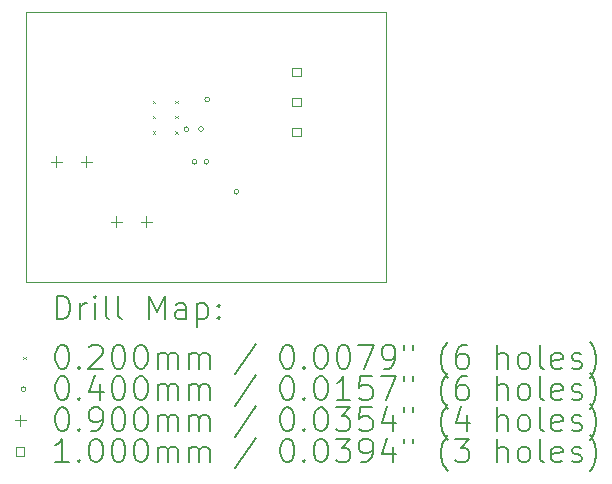
<source format=gbr>
%TF.GenerationSoftware,KiCad,Pcbnew,7.0.7*%
%TF.CreationDate,2023-08-26T23:35:01+05:30*%
%TF.ProjectId,ir_project,69725f70-726f-46a6-9563-742e6b696361,rev?*%
%TF.SameCoordinates,Original*%
%TF.FileFunction,Drillmap*%
%TF.FilePolarity,Positive*%
%FSLAX45Y45*%
G04 Gerber Fmt 4.5, Leading zero omitted, Abs format (unit mm)*
G04 Created by KiCad (PCBNEW 7.0.7) date 2023-08-26 23:35:01*
%MOMM*%
%LPD*%
G01*
G04 APERTURE LIST*
%ADD10C,0.100000*%
%ADD11C,0.200000*%
%ADD12C,0.020000*%
%ADD13C,0.040000*%
%ADD14C,0.090000*%
G04 APERTURE END LIST*
D10*
X14224000Y-7112000D02*
X17272000Y-7112000D01*
X17272000Y-9398000D01*
X14224000Y-9398000D01*
X14224000Y-7112000D01*
D11*
D12*
X15293000Y-7864000D02*
X15313000Y-7884000D01*
X15313000Y-7864000D02*
X15293000Y-7884000D01*
X15293000Y-7994000D02*
X15313000Y-8014000D01*
X15313000Y-7994000D02*
X15293000Y-8014000D01*
X15293000Y-8124000D02*
X15313000Y-8144000D01*
X15313000Y-8124000D02*
X15293000Y-8144000D01*
X15484000Y-7864000D02*
X15504000Y-7884000D01*
X15504000Y-7864000D02*
X15484000Y-7884000D01*
X15484000Y-7994000D02*
X15504000Y-8014000D01*
X15504000Y-7994000D02*
X15484000Y-8014000D01*
X15484000Y-8124000D02*
X15504000Y-8144000D01*
X15504000Y-8124000D02*
X15484000Y-8144000D01*
D13*
X15598924Y-8107152D02*
G75*
G03*
X15598924Y-8107152I-20000J0D01*
G01*
X15668050Y-8382000D02*
G75*
G03*
X15668050Y-8382000I-20000J0D01*
G01*
X15723550Y-8104550D02*
G75*
G03*
X15723550Y-8104550I-20000J0D01*
G01*
X15768000Y-8382000D02*
G75*
G03*
X15768000Y-8382000I-20000J0D01*
G01*
X15775040Y-7855406D02*
G75*
G03*
X15775040Y-7855406I-20000J0D01*
G01*
X16022000Y-8636000D02*
G75*
G03*
X16022000Y-8636000I-20000J0D01*
G01*
D14*
X14478000Y-8337000D02*
X14478000Y-8427000D01*
X14433000Y-8382000D02*
X14523000Y-8382000D01*
X14732000Y-8337000D02*
X14732000Y-8427000D01*
X14687000Y-8382000D02*
X14777000Y-8382000D01*
X14986000Y-8845000D02*
X14986000Y-8935000D01*
X14941000Y-8890000D02*
X15031000Y-8890000D01*
X15240000Y-8845000D02*
X15240000Y-8935000D01*
X15195000Y-8890000D02*
X15285000Y-8890000D01*
D10*
X16545356Y-7655356D02*
X16545356Y-7584644D01*
X16474644Y-7584644D01*
X16474644Y-7655356D01*
X16545356Y-7655356D01*
X16545356Y-7909356D02*
X16545356Y-7838644D01*
X16474644Y-7838644D01*
X16474644Y-7909356D01*
X16545356Y-7909356D01*
X16545356Y-8163356D02*
X16545356Y-8092644D01*
X16474644Y-8092644D01*
X16474644Y-8163356D01*
X16545356Y-8163356D01*
D11*
X14479777Y-9714484D02*
X14479777Y-9514484D01*
X14479777Y-9514484D02*
X14527396Y-9514484D01*
X14527396Y-9514484D02*
X14555967Y-9524008D01*
X14555967Y-9524008D02*
X14575015Y-9543055D01*
X14575015Y-9543055D02*
X14584539Y-9562103D01*
X14584539Y-9562103D02*
X14594062Y-9600198D01*
X14594062Y-9600198D02*
X14594062Y-9628770D01*
X14594062Y-9628770D02*
X14584539Y-9666865D01*
X14584539Y-9666865D02*
X14575015Y-9685912D01*
X14575015Y-9685912D02*
X14555967Y-9704960D01*
X14555967Y-9704960D02*
X14527396Y-9714484D01*
X14527396Y-9714484D02*
X14479777Y-9714484D01*
X14679777Y-9714484D02*
X14679777Y-9581150D01*
X14679777Y-9619246D02*
X14689301Y-9600198D01*
X14689301Y-9600198D02*
X14698824Y-9590674D01*
X14698824Y-9590674D02*
X14717872Y-9581150D01*
X14717872Y-9581150D02*
X14736920Y-9581150D01*
X14803586Y-9714484D02*
X14803586Y-9581150D01*
X14803586Y-9514484D02*
X14794062Y-9524008D01*
X14794062Y-9524008D02*
X14803586Y-9533531D01*
X14803586Y-9533531D02*
X14813110Y-9524008D01*
X14813110Y-9524008D02*
X14803586Y-9514484D01*
X14803586Y-9514484D02*
X14803586Y-9533531D01*
X14927396Y-9714484D02*
X14908348Y-9704960D01*
X14908348Y-9704960D02*
X14898824Y-9685912D01*
X14898824Y-9685912D02*
X14898824Y-9514484D01*
X15032158Y-9714484D02*
X15013110Y-9704960D01*
X15013110Y-9704960D02*
X15003586Y-9685912D01*
X15003586Y-9685912D02*
X15003586Y-9514484D01*
X15260729Y-9714484D02*
X15260729Y-9514484D01*
X15260729Y-9514484D02*
X15327396Y-9657341D01*
X15327396Y-9657341D02*
X15394062Y-9514484D01*
X15394062Y-9514484D02*
X15394062Y-9714484D01*
X15575015Y-9714484D02*
X15575015Y-9609722D01*
X15575015Y-9609722D02*
X15565491Y-9590674D01*
X15565491Y-9590674D02*
X15546443Y-9581150D01*
X15546443Y-9581150D02*
X15508348Y-9581150D01*
X15508348Y-9581150D02*
X15489301Y-9590674D01*
X15575015Y-9704960D02*
X15555967Y-9714484D01*
X15555967Y-9714484D02*
X15508348Y-9714484D01*
X15508348Y-9714484D02*
X15489301Y-9704960D01*
X15489301Y-9704960D02*
X15479777Y-9685912D01*
X15479777Y-9685912D02*
X15479777Y-9666865D01*
X15479777Y-9666865D02*
X15489301Y-9647817D01*
X15489301Y-9647817D02*
X15508348Y-9638293D01*
X15508348Y-9638293D02*
X15555967Y-9638293D01*
X15555967Y-9638293D02*
X15575015Y-9628770D01*
X15670253Y-9581150D02*
X15670253Y-9781150D01*
X15670253Y-9590674D02*
X15689301Y-9581150D01*
X15689301Y-9581150D02*
X15727396Y-9581150D01*
X15727396Y-9581150D02*
X15746443Y-9590674D01*
X15746443Y-9590674D02*
X15755967Y-9600198D01*
X15755967Y-9600198D02*
X15765491Y-9619246D01*
X15765491Y-9619246D02*
X15765491Y-9676389D01*
X15765491Y-9676389D02*
X15755967Y-9695436D01*
X15755967Y-9695436D02*
X15746443Y-9704960D01*
X15746443Y-9704960D02*
X15727396Y-9714484D01*
X15727396Y-9714484D02*
X15689301Y-9714484D01*
X15689301Y-9714484D02*
X15670253Y-9704960D01*
X15851205Y-9695436D02*
X15860729Y-9704960D01*
X15860729Y-9704960D02*
X15851205Y-9714484D01*
X15851205Y-9714484D02*
X15841682Y-9704960D01*
X15841682Y-9704960D02*
X15851205Y-9695436D01*
X15851205Y-9695436D02*
X15851205Y-9714484D01*
X15851205Y-9590674D02*
X15860729Y-9600198D01*
X15860729Y-9600198D02*
X15851205Y-9609722D01*
X15851205Y-9609722D02*
X15841682Y-9600198D01*
X15841682Y-9600198D02*
X15851205Y-9590674D01*
X15851205Y-9590674D02*
X15851205Y-9609722D01*
D12*
X14199000Y-10033000D02*
X14219000Y-10053000D01*
X14219000Y-10033000D02*
X14199000Y-10053000D01*
D11*
X14517872Y-9934484D02*
X14536920Y-9934484D01*
X14536920Y-9934484D02*
X14555967Y-9944008D01*
X14555967Y-9944008D02*
X14565491Y-9953531D01*
X14565491Y-9953531D02*
X14575015Y-9972579D01*
X14575015Y-9972579D02*
X14584539Y-10010674D01*
X14584539Y-10010674D02*
X14584539Y-10058293D01*
X14584539Y-10058293D02*
X14575015Y-10096389D01*
X14575015Y-10096389D02*
X14565491Y-10115436D01*
X14565491Y-10115436D02*
X14555967Y-10124960D01*
X14555967Y-10124960D02*
X14536920Y-10134484D01*
X14536920Y-10134484D02*
X14517872Y-10134484D01*
X14517872Y-10134484D02*
X14498824Y-10124960D01*
X14498824Y-10124960D02*
X14489301Y-10115436D01*
X14489301Y-10115436D02*
X14479777Y-10096389D01*
X14479777Y-10096389D02*
X14470253Y-10058293D01*
X14470253Y-10058293D02*
X14470253Y-10010674D01*
X14470253Y-10010674D02*
X14479777Y-9972579D01*
X14479777Y-9972579D02*
X14489301Y-9953531D01*
X14489301Y-9953531D02*
X14498824Y-9944008D01*
X14498824Y-9944008D02*
X14517872Y-9934484D01*
X14670253Y-10115436D02*
X14679777Y-10124960D01*
X14679777Y-10124960D02*
X14670253Y-10134484D01*
X14670253Y-10134484D02*
X14660729Y-10124960D01*
X14660729Y-10124960D02*
X14670253Y-10115436D01*
X14670253Y-10115436D02*
X14670253Y-10134484D01*
X14755967Y-9953531D02*
X14765491Y-9944008D01*
X14765491Y-9944008D02*
X14784539Y-9934484D01*
X14784539Y-9934484D02*
X14832158Y-9934484D01*
X14832158Y-9934484D02*
X14851205Y-9944008D01*
X14851205Y-9944008D02*
X14860729Y-9953531D01*
X14860729Y-9953531D02*
X14870253Y-9972579D01*
X14870253Y-9972579D02*
X14870253Y-9991627D01*
X14870253Y-9991627D02*
X14860729Y-10020198D01*
X14860729Y-10020198D02*
X14746443Y-10134484D01*
X14746443Y-10134484D02*
X14870253Y-10134484D01*
X14994062Y-9934484D02*
X15013110Y-9934484D01*
X15013110Y-9934484D02*
X15032158Y-9944008D01*
X15032158Y-9944008D02*
X15041682Y-9953531D01*
X15041682Y-9953531D02*
X15051205Y-9972579D01*
X15051205Y-9972579D02*
X15060729Y-10010674D01*
X15060729Y-10010674D02*
X15060729Y-10058293D01*
X15060729Y-10058293D02*
X15051205Y-10096389D01*
X15051205Y-10096389D02*
X15041682Y-10115436D01*
X15041682Y-10115436D02*
X15032158Y-10124960D01*
X15032158Y-10124960D02*
X15013110Y-10134484D01*
X15013110Y-10134484D02*
X14994062Y-10134484D01*
X14994062Y-10134484D02*
X14975015Y-10124960D01*
X14975015Y-10124960D02*
X14965491Y-10115436D01*
X14965491Y-10115436D02*
X14955967Y-10096389D01*
X14955967Y-10096389D02*
X14946443Y-10058293D01*
X14946443Y-10058293D02*
X14946443Y-10010674D01*
X14946443Y-10010674D02*
X14955967Y-9972579D01*
X14955967Y-9972579D02*
X14965491Y-9953531D01*
X14965491Y-9953531D02*
X14975015Y-9944008D01*
X14975015Y-9944008D02*
X14994062Y-9934484D01*
X15184539Y-9934484D02*
X15203586Y-9934484D01*
X15203586Y-9934484D02*
X15222634Y-9944008D01*
X15222634Y-9944008D02*
X15232158Y-9953531D01*
X15232158Y-9953531D02*
X15241682Y-9972579D01*
X15241682Y-9972579D02*
X15251205Y-10010674D01*
X15251205Y-10010674D02*
X15251205Y-10058293D01*
X15251205Y-10058293D02*
X15241682Y-10096389D01*
X15241682Y-10096389D02*
X15232158Y-10115436D01*
X15232158Y-10115436D02*
X15222634Y-10124960D01*
X15222634Y-10124960D02*
X15203586Y-10134484D01*
X15203586Y-10134484D02*
X15184539Y-10134484D01*
X15184539Y-10134484D02*
X15165491Y-10124960D01*
X15165491Y-10124960D02*
X15155967Y-10115436D01*
X15155967Y-10115436D02*
X15146443Y-10096389D01*
X15146443Y-10096389D02*
X15136920Y-10058293D01*
X15136920Y-10058293D02*
X15136920Y-10010674D01*
X15136920Y-10010674D02*
X15146443Y-9972579D01*
X15146443Y-9972579D02*
X15155967Y-9953531D01*
X15155967Y-9953531D02*
X15165491Y-9944008D01*
X15165491Y-9944008D02*
X15184539Y-9934484D01*
X15336920Y-10134484D02*
X15336920Y-10001150D01*
X15336920Y-10020198D02*
X15346443Y-10010674D01*
X15346443Y-10010674D02*
X15365491Y-10001150D01*
X15365491Y-10001150D02*
X15394063Y-10001150D01*
X15394063Y-10001150D02*
X15413110Y-10010674D01*
X15413110Y-10010674D02*
X15422634Y-10029722D01*
X15422634Y-10029722D02*
X15422634Y-10134484D01*
X15422634Y-10029722D02*
X15432158Y-10010674D01*
X15432158Y-10010674D02*
X15451205Y-10001150D01*
X15451205Y-10001150D02*
X15479777Y-10001150D01*
X15479777Y-10001150D02*
X15498824Y-10010674D01*
X15498824Y-10010674D02*
X15508348Y-10029722D01*
X15508348Y-10029722D02*
X15508348Y-10134484D01*
X15603586Y-10134484D02*
X15603586Y-10001150D01*
X15603586Y-10020198D02*
X15613110Y-10010674D01*
X15613110Y-10010674D02*
X15632158Y-10001150D01*
X15632158Y-10001150D02*
X15660729Y-10001150D01*
X15660729Y-10001150D02*
X15679777Y-10010674D01*
X15679777Y-10010674D02*
X15689301Y-10029722D01*
X15689301Y-10029722D02*
X15689301Y-10134484D01*
X15689301Y-10029722D02*
X15698824Y-10010674D01*
X15698824Y-10010674D02*
X15717872Y-10001150D01*
X15717872Y-10001150D02*
X15746443Y-10001150D01*
X15746443Y-10001150D02*
X15765491Y-10010674D01*
X15765491Y-10010674D02*
X15775015Y-10029722D01*
X15775015Y-10029722D02*
X15775015Y-10134484D01*
X16165491Y-9924960D02*
X15994063Y-10182103D01*
X16422634Y-9934484D02*
X16441682Y-9934484D01*
X16441682Y-9934484D02*
X16460729Y-9944008D01*
X16460729Y-9944008D02*
X16470253Y-9953531D01*
X16470253Y-9953531D02*
X16479777Y-9972579D01*
X16479777Y-9972579D02*
X16489301Y-10010674D01*
X16489301Y-10010674D02*
X16489301Y-10058293D01*
X16489301Y-10058293D02*
X16479777Y-10096389D01*
X16479777Y-10096389D02*
X16470253Y-10115436D01*
X16470253Y-10115436D02*
X16460729Y-10124960D01*
X16460729Y-10124960D02*
X16441682Y-10134484D01*
X16441682Y-10134484D02*
X16422634Y-10134484D01*
X16422634Y-10134484D02*
X16403586Y-10124960D01*
X16403586Y-10124960D02*
X16394063Y-10115436D01*
X16394063Y-10115436D02*
X16384539Y-10096389D01*
X16384539Y-10096389D02*
X16375015Y-10058293D01*
X16375015Y-10058293D02*
X16375015Y-10010674D01*
X16375015Y-10010674D02*
X16384539Y-9972579D01*
X16384539Y-9972579D02*
X16394063Y-9953531D01*
X16394063Y-9953531D02*
X16403586Y-9944008D01*
X16403586Y-9944008D02*
X16422634Y-9934484D01*
X16575015Y-10115436D02*
X16584539Y-10124960D01*
X16584539Y-10124960D02*
X16575015Y-10134484D01*
X16575015Y-10134484D02*
X16565491Y-10124960D01*
X16565491Y-10124960D02*
X16575015Y-10115436D01*
X16575015Y-10115436D02*
X16575015Y-10134484D01*
X16708348Y-9934484D02*
X16727396Y-9934484D01*
X16727396Y-9934484D02*
X16746444Y-9944008D01*
X16746444Y-9944008D02*
X16755967Y-9953531D01*
X16755967Y-9953531D02*
X16765491Y-9972579D01*
X16765491Y-9972579D02*
X16775015Y-10010674D01*
X16775015Y-10010674D02*
X16775015Y-10058293D01*
X16775015Y-10058293D02*
X16765491Y-10096389D01*
X16765491Y-10096389D02*
X16755967Y-10115436D01*
X16755967Y-10115436D02*
X16746444Y-10124960D01*
X16746444Y-10124960D02*
X16727396Y-10134484D01*
X16727396Y-10134484D02*
X16708348Y-10134484D01*
X16708348Y-10134484D02*
X16689301Y-10124960D01*
X16689301Y-10124960D02*
X16679777Y-10115436D01*
X16679777Y-10115436D02*
X16670253Y-10096389D01*
X16670253Y-10096389D02*
X16660729Y-10058293D01*
X16660729Y-10058293D02*
X16660729Y-10010674D01*
X16660729Y-10010674D02*
X16670253Y-9972579D01*
X16670253Y-9972579D02*
X16679777Y-9953531D01*
X16679777Y-9953531D02*
X16689301Y-9944008D01*
X16689301Y-9944008D02*
X16708348Y-9934484D01*
X16898825Y-9934484D02*
X16917872Y-9934484D01*
X16917872Y-9934484D02*
X16936920Y-9944008D01*
X16936920Y-9944008D02*
X16946444Y-9953531D01*
X16946444Y-9953531D02*
X16955968Y-9972579D01*
X16955968Y-9972579D02*
X16965491Y-10010674D01*
X16965491Y-10010674D02*
X16965491Y-10058293D01*
X16965491Y-10058293D02*
X16955968Y-10096389D01*
X16955968Y-10096389D02*
X16946444Y-10115436D01*
X16946444Y-10115436D02*
X16936920Y-10124960D01*
X16936920Y-10124960D02*
X16917872Y-10134484D01*
X16917872Y-10134484D02*
X16898825Y-10134484D01*
X16898825Y-10134484D02*
X16879777Y-10124960D01*
X16879777Y-10124960D02*
X16870253Y-10115436D01*
X16870253Y-10115436D02*
X16860729Y-10096389D01*
X16860729Y-10096389D02*
X16851206Y-10058293D01*
X16851206Y-10058293D02*
X16851206Y-10010674D01*
X16851206Y-10010674D02*
X16860729Y-9972579D01*
X16860729Y-9972579D02*
X16870253Y-9953531D01*
X16870253Y-9953531D02*
X16879777Y-9944008D01*
X16879777Y-9944008D02*
X16898825Y-9934484D01*
X17032158Y-9934484D02*
X17165491Y-9934484D01*
X17165491Y-9934484D02*
X17079777Y-10134484D01*
X17251206Y-10134484D02*
X17289301Y-10134484D01*
X17289301Y-10134484D02*
X17308349Y-10124960D01*
X17308349Y-10124960D02*
X17317872Y-10115436D01*
X17317872Y-10115436D02*
X17336920Y-10086865D01*
X17336920Y-10086865D02*
X17346444Y-10048770D01*
X17346444Y-10048770D02*
X17346444Y-9972579D01*
X17346444Y-9972579D02*
X17336920Y-9953531D01*
X17336920Y-9953531D02*
X17327396Y-9944008D01*
X17327396Y-9944008D02*
X17308349Y-9934484D01*
X17308349Y-9934484D02*
X17270253Y-9934484D01*
X17270253Y-9934484D02*
X17251206Y-9944008D01*
X17251206Y-9944008D02*
X17241682Y-9953531D01*
X17241682Y-9953531D02*
X17232158Y-9972579D01*
X17232158Y-9972579D02*
X17232158Y-10020198D01*
X17232158Y-10020198D02*
X17241682Y-10039246D01*
X17241682Y-10039246D02*
X17251206Y-10048770D01*
X17251206Y-10048770D02*
X17270253Y-10058293D01*
X17270253Y-10058293D02*
X17308349Y-10058293D01*
X17308349Y-10058293D02*
X17327396Y-10048770D01*
X17327396Y-10048770D02*
X17336920Y-10039246D01*
X17336920Y-10039246D02*
X17346444Y-10020198D01*
X17422634Y-9934484D02*
X17422634Y-9972579D01*
X17498825Y-9934484D02*
X17498825Y-9972579D01*
X17794063Y-10210674D02*
X17784539Y-10201150D01*
X17784539Y-10201150D02*
X17765491Y-10172579D01*
X17765491Y-10172579D02*
X17755968Y-10153531D01*
X17755968Y-10153531D02*
X17746444Y-10124960D01*
X17746444Y-10124960D02*
X17736920Y-10077341D01*
X17736920Y-10077341D02*
X17736920Y-10039246D01*
X17736920Y-10039246D02*
X17746444Y-9991627D01*
X17746444Y-9991627D02*
X17755968Y-9963055D01*
X17755968Y-9963055D02*
X17765491Y-9944008D01*
X17765491Y-9944008D02*
X17784539Y-9915436D01*
X17784539Y-9915436D02*
X17794063Y-9905912D01*
X17955968Y-9934484D02*
X17917872Y-9934484D01*
X17917872Y-9934484D02*
X17898825Y-9944008D01*
X17898825Y-9944008D02*
X17889301Y-9953531D01*
X17889301Y-9953531D02*
X17870253Y-9982103D01*
X17870253Y-9982103D02*
X17860730Y-10020198D01*
X17860730Y-10020198D02*
X17860730Y-10096389D01*
X17860730Y-10096389D02*
X17870253Y-10115436D01*
X17870253Y-10115436D02*
X17879777Y-10124960D01*
X17879777Y-10124960D02*
X17898825Y-10134484D01*
X17898825Y-10134484D02*
X17936920Y-10134484D01*
X17936920Y-10134484D02*
X17955968Y-10124960D01*
X17955968Y-10124960D02*
X17965491Y-10115436D01*
X17965491Y-10115436D02*
X17975015Y-10096389D01*
X17975015Y-10096389D02*
X17975015Y-10048770D01*
X17975015Y-10048770D02*
X17965491Y-10029722D01*
X17965491Y-10029722D02*
X17955968Y-10020198D01*
X17955968Y-10020198D02*
X17936920Y-10010674D01*
X17936920Y-10010674D02*
X17898825Y-10010674D01*
X17898825Y-10010674D02*
X17879777Y-10020198D01*
X17879777Y-10020198D02*
X17870253Y-10029722D01*
X17870253Y-10029722D02*
X17860730Y-10048770D01*
X18213111Y-10134484D02*
X18213111Y-9934484D01*
X18298825Y-10134484D02*
X18298825Y-10029722D01*
X18298825Y-10029722D02*
X18289301Y-10010674D01*
X18289301Y-10010674D02*
X18270253Y-10001150D01*
X18270253Y-10001150D02*
X18241682Y-10001150D01*
X18241682Y-10001150D02*
X18222634Y-10010674D01*
X18222634Y-10010674D02*
X18213111Y-10020198D01*
X18422634Y-10134484D02*
X18403587Y-10124960D01*
X18403587Y-10124960D02*
X18394063Y-10115436D01*
X18394063Y-10115436D02*
X18384539Y-10096389D01*
X18384539Y-10096389D02*
X18384539Y-10039246D01*
X18384539Y-10039246D02*
X18394063Y-10020198D01*
X18394063Y-10020198D02*
X18403587Y-10010674D01*
X18403587Y-10010674D02*
X18422634Y-10001150D01*
X18422634Y-10001150D02*
X18451206Y-10001150D01*
X18451206Y-10001150D02*
X18470253Y-10010674D01*
X18470253Y-10010674D02*
X18479777Y-10020198D01*
X18479777Y-10020198D02*
X18489301Y-10039246D01*
X18489301Y-10039246D02*
X18489301Y-10096389D01*
X18489301Y-10096389D02*
X18479777Y-10115436D01*
X18479777Y-10115436D02*
X18470253Y-10124960D01*
X18470253Y-10124960D02*
X18451206Y-10134484D01*
X18451206Y-10134484D02*
X18422634Y-10134484D01*
X18603587Y-10134484D02*
X18584539Y-10124960D01*
X18584539Y-10124960D02*
X18575015Y-10105912D01*
X18575015Y-10105912D02*
X18575015Y-9934484D01*
X18755968Y-10124960D02*
X18736920Y-10134484D01*
X18736920Y-10134484D02*
X18698825Y-10134484D01*
X18698825Y-10134484D02*
X18679777Y-10124960D01*
X18679777Y-10124960D02*
X18670253Y-10105912D01*
X18670253Y-10105912D02*
X18670253Y-10029722D01*
X18670253Y-10029722D02*
X18679777Y-10010674D01*
X18679777Y-10010674D02*
X18698825Y-10001150D01*
X18698825Y-10001150D02*
X18736920Y-10001150D01*
X18736920Y-10001150D02*
X18755968Y-10010674D01*
X18755968Y-10010674D02*
X18765492Y-10029722D01*
X18765492Y-10029722D02*
X18765492Y-10048770D01*
X18765492Y-10048770D02*
X18670253Y-10067817D01*
X18841682Y-10124960D02*
X18860730Y-10134484D01*
X18860730Y-10134484D02*
X18898825Y-10134484D01*
X18898825Y-10134484D02*
X18917873Y-10124960D01*
X18917873Y-10124960D02*
X18927396Y-10105912D01*
X18927396Y-10105912D02*
X18927396Y-10096389D01*
X18927396Y-10096389D02*
X18917873Y-10077341D01*
X18917873Y-10077341D02*
X18898825Y-10067817D01*
X18898825Y-10067817D02*
X18870253Y-10067817D01*
X18870253Y-10067817D02*
X18851206Y-10058293D01*
X18851206Y-10058293D02*
X18841682Y-10039246D01*
X18841682Y-10039246D02*
X18841682Y-10029722D01*
X18841682Y-10029722D02*
X18851206Y-10010674D01*
X18851206Y-10010674D02*
X18870253Y-10001150D01*
X18870253Y-10001150D02*
X18898825Y-10001150D01*
X18898825Y-10001150D02*
X18917873Y-10010674D01*
X18994063Y-10210674D02*
X19003587Y-10201150D01*
X19003587Y-10201150D02*
X19022634Y-10172579D01*
X19022634Y-10172579D02*
X19032158Y-10153531D01*
X19032158Y-10153531D02*
X19041682Y-10124960D01*
X19041682Y-10124960D02*
X19051206Y-10077341D01*
X19051206Y-10077341D02*
X19051206Y-10039246D01*
X19051206Y-10039246D02*
X19041682Y-9991627D01*
X19041682Y-9991627D02*
X19032158Y-9963055D01*
X19032158Y-9963055D02*
X19022634Y-9944008D01*
X19022634Y-9944008D02*
X19003587Y-9915436D01*
X19003587Y-9915436D02*
X18994063Y-9905912D01*
D13*
X14219000Y-10307000D02*
G75*
G03*
X14219000Y-10307000I-20000J0D01*
G01*
D11*
X14517872Y-10198484D02*
X14536920Y-10198484D01*
X14536920Y-10198484D02*
X14555967Y-10208008D01*
X14555967Y-10208008D02*
X14565491Y-10217531D01*
X14565491Y-10217531D02*
X14575015Y-10236579D01*
X14575015Y-10236579D02*
X14584539Y-10274674D01*
X14584539Y-10274674D02*
X14584539Y-10322293D01*
X14584539Y-10322293D02*
X14575015Y-10360389D01*
X14575015Y-10360389D02*
X14565491Y-10379436D01*
X14565491Y-10379436D02*
X14555967Y-10388960D01*
X14555967Y-10388960D02*
X14536920Y-10398484D01*
X14536920Y-10398484D02*
X14517872Y-10398484D01*
X14517872Y-10398484D02*
X14498824Y-10388960D01*
X14498824Y-10388960D02*
X14489301Y-10379436D01*
X14489301Y-10379436D02*
X14479777Y-10360389D01*
X14479777Y-10360389D02*
X14470253Y-10322293D01*
X14470253Y-10322293D02*
X14470253Y-10274674D01*
X14470253Y-10274674D02*
X14479777Y-10236579D01*
X14479777Y-10236579D02*
X14489301Y-10217531D01*
X14489301Y-10217531D02*
X14498824Y-10208008D01*
X14498824Y-10208008D02*
X14517872Y-10198484D01*
X14670253Y-10379436D02*
X14679777Y-10388960D01*
X14679777Y-10388960D02*
X14670253Y-10398484D01*
X14670253Y-10398484D02*
X14660729Y-10388960D01*
X14660729Y-10388960D02*
X14670253Y-10379436D01*
X14670253Y-10379436D02*
X14670253Y-10398484D01*
X14851205Y-10265150D02*
X14851205Y-10398484D01*
X14803586Y-10188960D02*
X14755967Y-10331817D01*
X14755967Y-10331817D02*
X14879777Y-10331817D01*
X14994062Y-10198484D02*
X15013110Y-10198484D01*
X15013110Y-10198484D02*
X15032158Y-10208008D01*
X15032158Y-10208008D02*
X15041682Y-10217531D01*
X15041682Y-10217531D02*
X15051205Y-10236579D01*
X15051205Y-10236579D02*
X15060729Y-10274674D01*
X15060729Y-10274674D02*
X15060729Y-10322293D01*
X15060729Y-10322293D02*
X15051205Y-10360389D01*
X15051205Y-10360389D02*
X15041682Y-10379436D01*
X15041682Y-10379436D02*
X15032158Y-10388960D01*
X15032158Y-10388960D02*
X15013110Y-10398484D01*
X15013110Y-10398484D02*
X14994062Y-10398484D01*
X14994062Y-10398484D02*
X14975015Y-10388960D01*
X14975015Y-10388960D02*
X14965491Y-10379436D01*
X14965491Y-10379436D02*
X14955967Y-10360389D01*
X14955967Y-10360389D02*
X14946443Y-10322293D01*
X14946443Y-10322293D02*
X14946443Y-10274674D01*
X14946443Y-10274674D02*
X14955967Y-10236579D01*
X14955967Y-10236579D02*
X14965491Y-10217531D01*
X14965491Y-10217531D02*
X14975015Y-10208008D01*
X14975015Y-10208008D02*
X14994062Y-10198484D01*
X15184539Y-10198484D02*
X15203586Y-10198484D01*
X15203586Y-10198484D02*
X15222634Y-10208008D01*
X15222634Y-10208008D02*
X15232158Y-10217531D01*
X15232158Y-10217531D02*
X15241682Y-10236579D01*
X15241682Y-10236579D02*
X15251205Y-10274674D01*
X15251205Y-10274674D02*
X15251205Y-10322293D01*
X15251205Y-10322293D02*
X15241682Y-10360389D01*
X15241682Y-10360389D02*
X15232158Y-10379436D01*
X15232158Y-10379436D02*
X15222634Y-10388960D01*
X15222634Y-10388960D02*
X15203586Y-10398484D01*
X15203586Y-10398484D02*
X15184539Y-10398484D01*
X15184539Y-10398484D02*
X15165491Y-10388960D01*
X15165491Y-10388960D02*
X15155967Y-10379436D01*
X15155967Y-10379436D02*
X15146443Y-10360389D01*
X15146443Y-10360389D02*
X15136920Y-10322293D01*
X15136920Y-10322293D02*
X15136920Y-10274674D01*
X15136920Y-10274674D02*
X15146443Y-10236579D01*
X15146443Y-10236579D02*
X15155967Y-10217531D01*
X15155967Y-10217531D02*
X15165491Y-10208008D01*
X15165491Y-10208008D02*
X15184539Y-10198484D01*
X15336920Y-10398484D02*
X15336920Y-10265150D01*
X15336920Y-10284198D02*
X15346443Y-10274674D01*
X15346443Y-10274674D02*
X15365491Y-10265150D01*
X15365491Y-10265150D02*
X15394063Y-10265150D01*
X15394063Y-10265150D02*
X15413110Y-10274674D01*
X15413110Y-10274674D02*
X15422634Y-10293722D01*
X15422634Y-10293722D02*
X15422634Y-10398484D01*
X15422634Y-10293722D02*
X15432158Y-10274674D01*
X15432158Y-10274674D02*
X15451205Y-10265150D01*
X15451205Y-10265150D02*
X15479777Y-10265150D01*
X15479777Y-10265150D02*
X15498824Y-10274674D01*
X15498824Y-10274674D02*
X15508348Y-10293722D01*
X15508348Y-10293722D02*
X15508348Y-10398484D01*
X15603586Y-10398484D02*
X15603586Y-10265150D01*
X15603586Y-10284198D02*
X15613110Y-10274674D01*
X15613110Y-10274674D02*
X15632158Y-10265150D01*
X15632158Y-10265150D02*
X15660729Y-10265150D01*
X15660729Y-10265150D02*
X15679777Y-10274674D01*
X15679777Y-10274674D02*
X15689301Y-10293722D01*
X15689301Y-10293722D02*
X15689301Y-10398484D01*
X15689301Y-10293722D02*
X15698824Y-10274674D01*
X15698824Y-10274674D02*
X15717872Y-10265150D01*
X15717872Y-10265150D02*
X15746443Y-10265150D01*
X15746443Y-10265150D02*
X15765491Y-10274674D01*
X15765491Y-10274674D02*
X15775015Y-10293722D01*
X15775015Y-10293722D02*
X15775015Y-10398484D01*
X16165491Y-10188960D02*
X15994063Y-10446103D01*
X16422634Y-10198484D02*
X16441682Y-10198484D01*
X16441682Y-10198484D02*
X16460729Y-10208008D01*
X16460729Y-10208008D02*
X16470253Y-10217531D01*
X16470253Y-10217531D02*
X16479777Y-10236579D01*
X16479777Y-10236579D02*
X16489301Y-10274674D01*
X16489301Y-10274674D02*
X16489301Y-10322293D01*
X16489301Y-10322293D02*
X16479777Y-10360389D01*
X16479777Y-10360389D02*
X16470253Y-10379436D01*
X16470253Y-10379436D02*
X16460729Y-10388960D01*
X16460729Y-10388960D02*
X16441682Y-10398484D01*
X16441682Y-10398484D02*
X16422634Y-10398484D01*
X16422634Y-10398484D02*
X16403586Y-10388960D01*
X16403586Y-10388960D02*
X16394063Y-10379436D01*
X16394063Y-10379436D02*
X16384539Y-10360389D01*
X16384539Y-10360389D02*
X16375015Y-10322293D01*
X16375015Y-10322293D02*
X16375015Y-10274674D01*
X16375015Y-10274674D02*
X16384539Y-10236579D01*
X16384539Y-10236579D02*
X16394063Y-10217531D01*
X16394063Y-10217531D02*
X16403586Y-10208008D01*
X16403586Y-10208008D02*
X16422634Y-10198484D01*
X16575015Y-10379436D02*
X16584539Y-10388960D01*
X16584539Y-10388960D02*
X16575015Y-10398484D01*
X16575015Y-10398484D02*
X16565491Y-10388960D01*
X16565491Y-10388960D02*
X16575015Y-10379436D01*
X16575015Y-10379436D02*
X16575015Y-10398484D01*
X16708348Y-10198484D02*
X16727396Y-10198484D01*
X16727396Y-10198484D02*
X16746444Y-10208008D01*
X16746444Y-10208008D02*
X16755967Y-10217531D01*
X16755967Y-10217531D02*
X16765491Y-10236579D01*
X16765491Y-10236579D02*
X16775015Y-10274674D01*
X16775015Y-10274674D02*
X16775015Y-10322293D01*
X16775015Y-10322293D02*
X16765491Y-10360389D01*
X16765491Y-10360389D02*
X16755967Y-10379436D01*
X16755967Y-10379436D02*
X16746444Y-10388960D01*
X16746444Y-10388960D02*
X16727396Y-10398484D01*
X16727396Y-10398484D02*
X16708348Y-10398484D01*
X16708348Y-10398484D02*
X16689301Y-10388960D01*
X16689301Y-10388960D02*
X16679777Y-10379436D01*
X16679777Y-10379436D02*
X16670253Y-10360389D01*
X16670253Y-10360389D02*
X16660729Y-10322293D01*
X16660729Y-10322293D02*
X16660729Y-10274674D01*
X16660729Y-10274674D02*
X16670253Y-10236579D01*
X16670253Y-10236579D02*
X16679777Y-10217531D01*
X16679777Y-10217531D02*
X16689301Y-10208008D01*
X16689301Y-10208008D02*
X16708348Y-10198484D01*
X16965491Y-10398484D02*
X16851206Y-10398484D01*
X16908348Y-10398484D02*
X16908348Y-10198484D01*
X16908348Y-10198484D02*
X16889301Y-10227055D01*
X16889301Y-10227055D02*
X16870253Y-10246103D01*
X16870253Y-10246103D02*
X16851206Y-10255627D01*
X17146444Y-10198484D02*
X17051206Y-10198484D01*
X17051206Y-10198484D02*
X17041682Y-10293722D01*
X17041682Y-10293722D02*
X17051206Y-10284198D01*
X17051206Y-10284198D02*
X17070253Y-10274674D01*
X17070253Y-10274674D02*
X17117872Y-10274674D01*
X17117872Y-10274674D02*
X17136920Y-10284198D01*
X17136920Y-10284198D02*
X17146444Y-10293722D01*
X17146444Y-10293722D02*
X17155968Y-10312770D01*
X17155968Y-10312770D02*
X17155968Y-10360389D01*
X17155968Y-10360389D02*
X17146444Y-10379436D01*
X17146444Y-10379436D02*
X17136920Y-10388960D01*
X17136920Y-10388960D02*
X17117872Y-10398484D01*
X17117872Y-10398484D02*
X17070253Y-10398484D01*
X17070253Y-10398484D02*
X17051206Y-10388960D01*
X17051206Y-10388960D02*
X17041682Y-10379436D01*
X17222634Y-10198484D02*
X17355968Y-10198484D01*
X17355968Y-10198484D02*
X17270253Y-10398484D01*
X17422634Y-10198484D02*
X17422634Y-10236579D01*
X17498825Y-10198484D02*
X17498825Y-10236579D01*
X17794063Y-10474674D02*
X17784539Y-10465150D01*
X17784539Y-10465150D02*
X17765491Y-10436579D01*
X17765491Y-10436579D02*
X17755968Y-10417531D01*
X17755968Y-10417531D02*
X17746444Y-10388960D01*
X17746444Y-10388960D02*
X17736920Y-10341341D01*
X17736920Y-10341341D02*
X17736920Y-10303246D01*
X17736920Y-10303246D02*
X17746444Y-10255627D01*
X17746444Y-10255627D02*
X17755968Y-10227055D01*
X17755968Y-10227055D02*
X17765491Y-10208008D01*
X17765491Y-10208008D02*
X17784539Y-10179436D01*
X17784539Y-10179436D02*
X17794063Y-10169912D01*
X17955968Y-10198484D02*
X17917872Y-10198484D01*
X17917872Y-10198484D02*
X17898825Y-10208008D01*
X17898825Y-10208008D02*
X17889301Y-10217531D01*
X17889301Y-10217531D02*
X17870253Y-10246103D01*
X17870253Y-10246103D02*
X17860730Y-10284198D01*
X17860730Y-10284198D02*
X17860730Y-10360389D01*
X17860730Y-10360389D02*
X17870253Y-10379436D01*
X17870253Y-10379436D02*
X17879777Y-10388960D01*
X17879777Y-10388960D02*
X17898825Y-10398484D01*
X17898825Y-10398484D02*
X17936920Y-10398484D01*
X17936920Y-10398484D02*
X17955968Y-10388960D01*
X17955968Y-10388960D02*
X17965491Y-10379436D01*
X17965491Y-10379436D02*
X17975015Y-10360389D01*
X17975015Y-10360389D02*
X17975015Y-10312770D01*
X17975015Y-10312770D02*
X17965491Y-10293722D01*
X17965491Y-10293722D02*
X17955968Y-10284198D01*
X17955968Y-10284198D02*
X17936920Y-10274674D01*
X17936920Y-10274674D02*
X17898825Y-10274674D01*
X17898825Y-10274674D02*
X17879777Y-10284198D01*
X17879777Y-10284198D02*
X17870253Y-10293722D01*
X17870253Y-10293722D02*
X17860730Y-10312770D01*
X18213111Y-10398484D02*
X18213111Y-10198484D01*
X18298825Y-10398484D02*
X18298825Y-10293722D01*
X18298825Y-10293722D02*
X18289301Y-10274674D01*
X18289301Y-10274674D02*
X18270253Y-10265150D01*
X18270253Y-10265150D02*
X18241682Y-10265150D01*
X18241682Y-10265150D02*
X18222634Y-10274674D01*
X18222634Y-10274674D02*
X18213111Y-10284198D01*
X18422634Y-10398484D02*
X18403587Y-10388960D01*
X18403587Y-10388960D02*
X18394063Y-10379436D01*
X18394063Y-10379436D02*
X18384539Y-10360389D01*
X18384539Y-10360389D02*
X18384539Y-10303246D01*
X18384539Y-10303246D02*
X18394063Y-10284198D01*
X18394063Y-10284198D02*
X18403587Y-10274674D01*
X18403587Y-10274674D02*
X18422634Y-10265150D01*
X18422634Y-10265150D02*
X18451206Y-10265150D01*
X18451206Y-10265150D02*
X18470253Y-10274674D01*
X18470253Y-10274674D02*
X18479777Y-10284198D01*
X18479777Y-10284198D02*
X18489301Y-10303246D01*
X18489301Y-10303246D02*
X18489301Y-10360389D01*
X18489301Y-10360389D02*
X18479777Y-10379436D01*
X18479777Y-10379436D02*
X18470253Y-10388960D01*
X18470253Y-10388960D02*
X18451206Y-10398484D01*
X18451206Y-10398484D02*
X18422634Y-10398484D01*
X18603587Y-10398484D02*
X18584539Y-10388960D01*
X18584539Y-10388960D02*
X18575015Y-10369912D01*
X18575015Y-10369912D02*
X18575015Y-10198484D01*
X18755968Y-10388960D02*
X18736920Y-10398484D01*
X18736920Y-10398484D02*
X18698825Y-10398484D01*
X18698825Y-10398484D02*
X18679777Y-10388960D01*
X18679777Y-10388960D02*
X18670253Y-10369912D01*
X18670253Y-10369912D02*
X18670253Y-10293722D01*
X18670253Y-10293722D02*
X18679777Y-10274674D01*
X18679777Y-10274674D02*
X18698825Y-10265150D01*
X18698825Y-10265150D02*
X18736920Y-10265150D01*
X18736920Y-10265150D02*
X18755968Y-10274674D01*
X18755968Y-10274674D02*
X18765492Y-10293722D01*
X18765492Y-10293722D02*
X18765492Y-10312770D01*
X18765492Y-10312770D02*
X18670253Y-10331817D01*
X18841682Y-10388960D02*
X18860730Y-10398484D01*
X18860730Y-10398484D02*
X18898825Y-10398484D01*
X18898825Y-10398484D02*
X18917873Y-10388960D01*
X18917873Y-10388960D02*
X18927396Y-10369912D01*
X18927396Y-10369912D02*
X18927396Y-10360389D01*
X18927396Y-10360389D02*
X18917873Y-10341341D01*
X18917873Y-10341341D02*
X18898825Y-10331817D01*
X18898825Y-10331817D02*
X18870253Y-10331817D01*
X18870253Y-10331817D02*
X18851206Y-10322293D01*
X18851206Y-10322293D02*
X18841682Y-10303246D01*
X18841682Y-10303246D02*
X18841682Y-10293722D01*
X18841682Y-10293722D02*
X18851206Y-10274674D01*
X18851206Y-10274674D02*
X18870253Y-10265150D01*
X18870253Y-10265150D02*
X18898825Y-10265150D01*
X18898825Y-10265150D02*
X18917873Y-10274674D01*
X18994063Y-10474674D02*
X19003587Y-10465150D01*
X19003587Y-10465150D02*
X19022634Y-10436579D01*
X19022634Y-10436579D02*
X19032158Y-10417531D01*
X19032158Y-10417531D02*
X19041682Y-10388960D01*
X19041682Y-10388960D02*
X19051206Y-10341341D01*
X19051206Y-10341341D02*
X19051206Y-10303246D01*
X19051206Y-10303246D02*
X19041682Y-10255627D01*
X19041682Y-10255627D02*
X19032158Y-10227055D01*
X19032158Y-10227055D02*
X19022634Y-10208008D01*
X19022634Y-10208008D02*
X19003587Y-10179436D01*
X19003587Y-10179436D02*
X18994063Y-10169912D01*
D14*
X14174000Y-10526000D02*
X14174000Y-10616000D01*
X14129000Y-10571000D02*
X14219000Y-10571000D01*
D11*
X14517872Y-10462484D02*
X14536920Y-10462484D01*
X14536920Y-10462484D02*
X14555967Y-10472008D01*
X14555967Y-10472008D02*
X14565491Y-10481531D01*
X14565491Y-10481531D02*
X14575015Y-10500579D01*
X14575015Y-10500579D02*
X14584539Y-10538674D01*
X14584539Y-10538674D02*
X14584539Y-10586293D01*
X14584539Y-10586293D02*
X14575015Y-10624389D01*
X14575015Y-10624389D02*
X14565491Y-10643436D01*
X14565491Y-10643436D02*
X14555967Y-10652960D01*
X14555967Y-10652960D02*
X14536920Y-10662484D01*
X14536920Y-10662484D02*
X14517872Y-10662484D01*
X14517872Y-10662484D02*
X14498824Y-10652960D01*
X14498824Y-10652960D02*
X14489301Y-10643436D01*
X14489301Y-10643436D02*
X14479777Y-10624389D01*
X14479777Y-10624389D02*
X14470253Y-10586293D01*
X14470253Y-10586293D02*
X14470253Y-10538674D01*
X14470253Y-10538674D02*
X14479777Y-10500579D01*
X14479777Y-10500579D02*
X14489301Y-10481531D01*
X14489301Y-10481531D02*
X14498824Y-10472008D01*
X14498824Y-10472008D02*
X14517872Y-10462484D01*
X14670253Y-10643436D02*
X14679777Y-10652960D01*
X14679777Y-10652960D02*
X14670253Y-10662484D01*
X14670253Y-10662484D02*
X14660729Y-10652960D01*
X14660729Y-10652960D02*
X14670253Y-10643436D01*
X14670253Y-10643436D02*
X14670253Y-10662484D01*
X14775015Y-10662484D02*
X14813110Y-10662484D01*
X14813110Y-10662484D02*
X14832158Y-10652960D01*
X14832158Y-10652960D02*
X14841682Y-10643436D01*
X14841682Y-10643436D02*
X14860729Y-10614865D01*
X14860729Y-10614865D02*
X14870253Y-10576770D01*
X14870253Y-10576770D02*
X14870253Y-10500579D01*
X14870253Y-10500579D02*
X14860729Y-10481531D01*
X14860729Y-10481531D02*
X14851205Y-10472008D01*
X14851205Y-10472008D02*
X14832158Y-10462484D01*
X14832158Y-10462484D02*
X14794062Y-10462484D01*
X14794062Y-10462484D02*
X14775015Y-10472008D01*
X14775015Y-10472008D02*
X14765491Y-10481531D01*
X14765491Y-10481531D02*
X14755967Y-10500579D01*
X14755967Y-10500579D02*
X14755967Y-10548198D01*
X14755967Y-10548198D02*
X14765491Y-10567246D01*
X14765491Y-10567246D02*
X14775015Y-10576770D01*
X14775015Y-10576770D02*
X14794062Y-10586293D01*
X14794062Y-10586293D02*
X14832158Y-10586293D01*
X14832158Y-10586293D02*
X14851205Y-10576770D01*
X14851205Y-10576770D02*
X14860729Y-10567246D01*
X14860729Y-10567246D02*
X14870253Y-10548198D01*
X14994062Y-10462484D02*
X15013110Y-10462484D01*
X15013110Y-10462484D02*
X15032158Y-10472008D01*
X15032158Y-10472008D02*
X15041682Y-10481531D01*
X15041682Y-10481531D02*
X15051205Y-10500579D01*
X15051205Y-10500579D02*
X15060729Y-10538674D01*
X15060729Y-10538674D02*
X15060729Y-10586293D01*
X15060729Y-10586293D02*
X15051205Y-10624389D01*
X15051205Y-10624389D02*
X15041682Y-10643436D01*
X15041682Y-10643436D02*
X15032158Y-10652960D01*
X15032158Y-10652960D02*
X15013110Y-10662484D01*
X15013110Y-10662484D02*
X14994062Y-10662484D01*
X14994062Y-10662484D02*
X14975015Y-10652960D01*
X14975015Y-10652960D02*
X14965491Y-10643436D01*
X14965491Y-10643436D02*
X14955967Y-10624389D01*
X14955967Y-10624389D02*
X14946443Y-10586293D01*
X14946443Y-10586293D02*
X14946443Y-10538674D01*
X14946443Y-10538674D02*
X14955967Y-10500579D01*
X14955967Y-10500579D02*
X14965491Y-10481531D01*
X14965491Y-10481531D02*
X14975015Y-10472008D01*
X14975015Y-10472008D02*
X14994062Y-10462484D01*
X15184539Y-10462484D02*
X15203586Y-10462484D01*
X15203586Y-10462484D02*
X15222634Y-10472008D01*
X15222634Y-10472008D02*
X15232158Y-10481531D01*
X15232158Y-10481531D02*
X15241682Y-10500579D01*
X15241682Y-10500579D02*
X15251205Y-10538674D01*
X15251205Y-10538674D02*
X15251205Y-10586293D01*
X15251205Y-10586293D02*
X15241682Y-10624389D01*
X15241682Y-10624389D02*
X15232158Y-10643436D01*
X15232158Y-10643436D02*
X15222634Y-10652960D01*
X15222634Y-10652960D02*
X15203586Y-10662484D01*
X15203586Y-10662484D02*
X15184539Y-10662484D01*
X15184539Y-10662484D02*
X15165491Y-10652960D01*
X15165491Y-10652960D02*
X15155967Y-10643436D01*
X15155967Y-10643436D02*
X15146443Y-10624389D01*
X15146443Y-10624389D02*
X15136920Y-10586293D01*
X15136920Y-10586293D02*
X15136920Y-10538674D01*
X15136920Y-10538674D02*
X15146443Y-10500579D01*
X15146443Y-10500579D02*
X15155967Y-10481531D01*
X15155967Y-10481531D02*
X15165491Y-10472008D01*
X15165491Y-10472008D02*
X15184539Y-10462484D01*
X15336920Y-10662484D02*
X15336920Y-10529150D01*
X15336920Y-10548198D02*
X15346443Y-10538674D01*
X15346443Y-10538674D02*
X15365491Y-10529150D01*
X15365491Y-10529150D02*
X15394063Y-10529150D01*
X15394063Y-10529150D02*
X15413110Y-10538674D01*
X15413110Y-10538674D02*
X15422634Y-10557722D01*
X15422634Y-10557722D02*
X15422634Y-10662484D01*
X15422634Y-10557722D02*
X15432158Y-10538674D01*
X15432158Y-10538674D02*
X15451205Y-10529150D01*
X15451205Y-10529150D02*
X15479777Y-10529150D01*
X15479777Y-10529150D02*
X15498824Y-10538674D01*
X15498824Y-10538674D02*
X15508348Y-10557722D01*
X15508348Y-10557722D02*
X15508348Y-10662484D01*
X15603586Y-10662484D02*
X15603586Y-10529150D01*
X15603586Y-10548198D02*
X15613110Y-10538674D01*
X15613110Y-10538674D02*
X15632158Y-10529150D01*
X15632158Y-10529150D02*
X15660729Y-10529150D01*
X15660729Y-10529150D02*
X15679777Y-10538674D01*
X15679777Y-10538674D02*
X15689301Y-10557722D01*
X15689301Y-10557722D02*
X15689301Y-10662484D01*
X15689301Y-10557722D02*
X15698824Y-10538674D01*
X15698824Y-10538674D02*
X15717872Y-10529150D01*
X15717872Y-10529150D02*
X15746443Y-10529150D01*
X15746443Y-10529150D02*
X15765491Y-10538674D01*
X15765491Y-10538674D02*
X15775015Y-10557722D01*
X15775015Y-10557722D02*
X15775015Y-10662484D01*
X16165491Y-10452960D02*
X15994063Y-10710103D01*
X16422634Y-10462484D02*
X16441682Y-10462484D01*
X16441682Y-10462484D02*
X16460729Y-10472008D01*
X16460729Y-10472008D02*
X16470253Y-10481531D01*
X16470253Y-10481531D02*
X16479777Y-10500579D01*
X16479777Y-10500579D02*
X16489301Y-10538674D01*
X16489301Y-10538674D02*
X16489301Y-10586293D01*
X16489301Y-10586293D02*
X16479777Y-10624389D01*
X16479777Y-10624389D02*
X16470253Y-10643436D01*
X16470253Y-10643436D02*
X16460729Y-10652960D01*
X16460729Y-10652960D02*
X16441682Y-10662484D01*
X16441682Y-10662484D02*
X16422634Y-10662484D01*
X16422634Y-10662484D02*
X16403586Y-10652960D01*
X16403586Y-10652960D02*
X16394063Y-10643436D01*
X16394063Y-10643436D02*
X16384539Y-10624389D01*
X16384539Y-10624389D02*
X16375015Y-10586293D01*
X16375015Y-10586293D02*
X16375015Y-10538674D01*
X16375015Y-10538674D02*
X16384539Y-10500579D01*
X16384539Y-10500579D02*
X16394063Y-10481531D01*
X16394063Y-10481531D02*
X16403586Y-10472008D01*
X16403586Y-10472008D02*
X16422634Y-10462484D01*
X16575015Y-10643436D02*
X16584539Y-10652960D01*
X16584539Y-10652960D02*
X16575015Y-10662484D01*
X16575015Y-10662484D02*
X16565491Y-10652960D01*
X16565491Y-10652960D02*
X16575015Y-10643436D01*
X16575015Y-10643436D02*
X16575015Y-10662484D01*
X16708348Y-10462484D02*
X16727396Y-10462484D01*
X16727396Y-10462484D02*
X16746444Y-10472008D01*
X16746444Y-10472008D02*
X16755967Y-10481531D01*
X16755967Y-10481531D02*
X16765491Y-10500579D01*
X16765491Y-10500579D02*
X16775015Y-10538674D01*
X16775015Y-10538674D02*
X16775015Y-10586293D01*
X16775015Y-10586293D02*
X16765491Y-10624389D01*
X16765491Y-10624389D02*
X16755967Y-10643436D01*
X16755967Y-10643436D02*
X16746444Y-10652960D01*
X16746444Y-10652960D02*
X16727396Y-10662484D01*
X16727396Y-10662484D02*
X16708348Y-10662484D01*
X16708348Y-10662484D02*
X16689301Y-10652960D01*
X16689301Y-10652960D02*
X16679777Y-10643436D01*
X16679777Y-10643436D02*
X16670253Y-10624389D01*
X16670253Y-10624389D02*
X16660729Y-10586293D01*
X16660729Y-10586293D02*
X16660729Y-10538674D01*
X16660729Y-10538674D02*
X16670253Y-10500579D01*
X16670253Y-10500579D02*
X16679777Y-10481531D01*
X16679777Y-10481531D02*
X16689301Y-10472008D01*
X16689301Y-10472008D02*
X16708348Y-10462484D01*
X16841682Y-10462484D02*
X16965491Y-10462484D01*
X16965491Y-10462484D02*
X16898825Y-10538674D01*
X16898825Y-10538674D02*
X16927396Y-10538674D01*
X16927396Y-10538674D02*
X16946444Y-10548198D01*
X16946444Y-10548198D02*
X16955968Y-10557722D01*
X16955968Y-10557722D02*
X16965491Y-10576770D01*
X16965491Y-10576770D02*
X16965491Y-10624389D01*
X16965491Y-10624389D02*
X16955968Y-10643436D01*
X16955968Y-10643436D02*
X16946444Y-10652960D01*
X16946444Y-10652960D02*
X16927396Y-10662484D01*
X16927396Y-10662484D02*
X16870253Y-10662484D01*
X16870253Y-10662484D02*
X16851206Y-10652960D01*
X16851206Y-10652960D02*
X16841682Y-10643436D01*
X17146444Y-10462484D02*
X17051206Y-10462484D01*
X17051206Y-10462484D02*
X17041682Y-10557722D01*
X17041682Y-10557722D02*
X17051206Y-10548198D01*
X17051206Y-10548198D02*
X17070253Y-10538674D01*
X17070253Y-10538674D02*
X17117872Y-10538674D01*
X17117872Y-10538674D02*
X17136920Y-10548198D01*
X17136920Y-10548198D02*
X17146444Y-10557722D01*
X17146444Y-10557722D02*
X17155968Y-10576770D01*
X17155968Y-10576770D02*
X17155968Y-10624389D01*
X17155968Y-10624389D02*
X17146444Y-10643436D01*
X17146444Y-10643436D02*
X17136920Y-10652960D01*
X17136920Y-10652960D02*
X17117872Y-10662484D01*
X17117872Y-10662484D02*
X17070253Y-10662484D01*
X17070253Y-10662484D02*
X17051206Y-10652960D01*
X17051206Y-10652960D02*
X17041682Y-10643436D01*
X17327396Y-10529150D02*
X17327396Y-10662484D01*
X17279777Y-10452960D02*
X17232158Y-10595817D01*
X17232158Y-10595817D02*
X17355968Y-10595817D01*
X17422634Y-10462484D02*
X17422634Y-10500579D01*
X17498825Y-10462484D02*
X17498825Y-10500579D01*
X17794063Y-10738674D02*
X17784539Y-10729150D01*
X17784539Y-10729150D02*
X17765491Y-10700579D01*
X17765491Y-10700579D02*
X17755968Y-10681531D01*
X17755968Y-10681531D02*
X17746444Y-10652960D01*
X17746444Y-10652960D02*
X17736920Y-10605341D01*
X17736920Y-10605341D02*
X17736920Y-10567246D01*
X17736920Y-10567246D02*
X17746444Y-10519627D01*
X17746444Y-10519627D02*
X17755968Y-10491055D01*
X17755968Y-10491055D02*
X17765491Y-10472008D01*
X17765491Y-10472008D02*
X17784539Y-10443436D01*
X17784539Y-10443436D02*
X17794063Y-10433912D01*
X17955968Y-10529150D02*
X17955968Y-10662484D01*
X17908349Y-10452960D02*
X17860730Y-10595817D01*
X17860730Y-10595817D02*
X17984539Y-10595817D01*
X18213111Y-10662484D02*
X18213111Y-10462484D01*
X18298825Y-10662484D02*
X18298825Y-10557722D01*
X18298825Y-10557722D02*
X18289301Y-10538674D01*
X18289301Y-10538674D02*
X18270253Y-10529150D01*
X18270253Y-10529150D02*
X18241682Y-10529150D01*
X18241682Y-10529150D02*
X18222634Y-10538674D01*
X18222634Y-10538674D02*
X18213111Y-10548198D01*
X18422634Y-10662484D02*
X18403587Y-10652960D01*
X18403587Y-10652960D02*
X18394063Y-10643436D01*
X18394063Y-10643436D02*
X18384539Y-10624389D01*
X18384539Y-10624389D02*
X18384539Y-10567246D01*
X18384539Y-10567246D02*
X18394063Y-10548198D01*
X18394063Y-10548198D02*
X18403587Y-10538674D01*
X18403587Y-10538674D02*
X18422634Y-10529150D01*
X18422634Y-10529150D02*
X18451206Y-10529150D01*
X18451206Y-10529150D02*
X18470253Y-10538674D01*
X18470253Y-10538674D02*
X18479777Y-10548198D01*
X18479777Y-10548198D02*
X18489301Y-10567246D01*
X18489301Y-10567246D02*
X18489301Y-10624389D01*
X18489301Y-10624389D02*
X18479777Y-10643436D01*
X18479777Y-10643436D02*
X18470253Y-10652960D01*
X18470253Y-10652960D02*
X18451206Y-10662484D01*
X18451206Y-10662484D02*
X18422634Y-10662484D01*
X18603587Y-10662484D02*
X18584539Y-10652960D01*
X18584539Y-10652960D02*
X18575015Y-10633912D01*
X18575015Y-10633912D02*
X18575015Y-10462484D01*
X18755968Y-10652960D02*
X18736920Y-10662484D01*
X18736920Y-10662484D02*
X18698825Y-10662484D01*
X18698825Y-10662484D02*
X18679777Y-10652960D01*
X18679777Y-10652960D02*
X18670253Y-10633912D01*
X18670253Y-10633912D02*
X18670253Y-10557722D01*
X18670253Y-10557722D02*
X18679777Y-10538674D01*
X18679777Y-10538674D02*
X18698825Y-10529150D01*
X18698825Y-10529150D02*
X18736920Y-10529150D01*
X18736920Y-10529150D02*
X18755968Y-10538674D01*
X18755968Y-10538674D02*
X18765492Y-10557722D01*
X18765492Y-10557722D02*
X18765492Y-10576770D01*
X18765492Y-10576770D02*
X18670253Y-10595817D01*
X18841682Y-10652960D02*
X18860730Y-10662484D01*
X18860730Y-10662484D02*
X18898825Y-10662484D01*
X18898825Y-10662484D02*
X18917873Y-10652960D01*
X18917873Y-10652960D02*
X18927396Y-10633912D01*
X18927396Y-10633912D02*
X18927396Y-10624389D01*
X18927396Y-10624389D02*
X18917873Y-10605341D01*
X18917873Y-10605341D02*
X18898825Y-10595817D01*
X18898825Y-10595817D02*
X18870253Y-10595817D01*
X18870253Y-10595817D02*
X18851206Y-10586293D01*
X18851206Y-10586293D02*
X18841682Y-10567246D01*
X18841682Y-10567246D02*
X18841682Y-10557722D01*
X18841682Y-10557722D02*
X18851206Y-10538674D01*
X18851206Y-10538674D02*
X18870253Y-10529150D01*
X18870253Y-10529150D02*
X18898825Y-10529150D01*
X18898825Y-10529150D02*
X18917873Y-10538674D01*
X18994063Y-10738674D02*
X19003587Y-10729150D01*
X19003587Y-10729150D02*
X19022634Y-10700579D01*
X19022634Y-10700579D02*
X19032158Y-10681531D01*
X19032158Y-10681531D02*
X19041682Y-10652960D01*
X19041682Y-10652960D02*
X19051206Y-10605341D01*
X19051206Y-10605341D02*
X19051206Y-10567246D01*
X19051206Y-10567246D02*
X19041682Y-10519627D01*
X19041682Y-10519627D02*
X19032158Y-10491055D01*
X19032158Y-10491055D02*
X19022634Y-10472008D01*
X19022634Y-10472008D02*
X19003587Y-10443436D01*
X19003587Y-10443436D02*
X18994063Y-10433912D01*
D10*
X14204356Y-10870356D02*
X14204356Y-10799644D01*
X14133644Y-10799644D01*
X14133644Y-10870356D01*
X14204356Y-10870356D01*
D11*
X14584539Y-10926484D02*
X14470253Y-10926484D01*
X14527396Y-10926484D02*
X14527396Y-10726484D01*
X14527396Y-10726484D02*
X14508348Y-10755055D01*
X14508348Y-10755055D02*
X14489301Y-10774103D01*
X14489301Y-10774103D02*
X14470253Y-10783627D01*
X14670253Y-10907436D02*
X14679777Y-10916960D01*
X14679777Y-10916960D02*
X14670253Y-10926484D01*
X14670253Y-10926484D02*
X14660729Y-10916960D01*
X14660729Y-10916960D02*
X14670253Y-10907436D01*
X14670253Y-10907436D02*
X14670253Y-10926484D01*
X14803586Y-10726484D02*
X14822634Y-10726484D01*
X14822634Y-10726484D02*
X14841682Y-10736008D01*
X14841682Y-10736008D02*
X14851205Y-10745531D01*
X14851205Y-10745531D02*
X14860729Y-10764579D01*
X14860729Y-10764579D02*
X14870253Y-10802674D01*
X14870253Y-10802674D02*
X14870253Y-10850293D01*
X14870253Y-10850293D02*
X14860729Y-10888389D01*
X14860729Y-10888389D02*
X14851205Y-10907436D01*
X14851205Y-10907436D02*
X14841682Y-10916960D01*
X14841682Y-10916960D02*
X14822634Y-10926484D01*
X14822634Y-10926484D02*
X14803586Y-10926484D01*
X14803586Y-10926484D02*
X14784539Y-10916960D01*
X14784539Y-10916960D02*
X14775015Y-10907436D01*
X14775015Y-10907436D02*
X14765491Y-10888389D01*
X14765491Y-10888389D02*
X14755967Y-10850293D01*
X14755967Y-10850293D02*
X14755967Y-10802674D01*
X14755967Y-10802674D02*
X14765491Y-10764579D01*
X14765491Y-10764579D02*
X14775015Y-10745531D01*
X14775015Y-10745531D02*
X14784539Y-10736008D01*
X14784539Y-10736008D02*
X14803586Y-10726484D01*
X14994062Y-10726484D02*
X15013110Y-10726484D01*
X15013110Y-10726484D02*
X15032158Y-10736008D01*
X15032158Y-10736008D02*
X15041682Y-10745531D01*
X15041682Y-10745531D02*
X15051205Y-10764579D01*
X15051205Y-10764579D02*
X15060729Y-10802674D01*
X15060729Y-10802674D02*
X15060729Y-10850293D01*
X15060729Y-10850293D02*
X15051205Y-10888389D01*
X15051205Y-10888389D02*
X15041682Y-10907436D01*
X15041682Y-10907436D02*
X15032158Y-10916960D01*
X15032158Y-10916960D02*
X15013110Y-10926484D01*
X15013110Y-10926484D02*
X14994062Y-10926484D01*
X14994062Y-10926484D02*
X14975015Y-10916960D01*
X14975015Y-10916960D02*
X14965491Y-10907436D01*
X14965491Y-10907436D02*
X14955967Y-10888389D01*
X14955967Y-10888389D02*
X14946443Y-10850293D01*
X14946443Y-10850293D02*
X14946443Y-10802674D01*
X14946443Y-10802674D02*
X14955967Y-10764579D01*
X14955967Y-10764579D02*
X14965491Y-10745531D01*
X14965491Y-10745531D02*
X14975015Y-10736008D01*
X14975015Y-10736008D02*
X14994062Y-10726484D01*
X15184539Y-10726484D02*
X15203586Y-10726484D01*
X15203586Y-10726484D02*
X15222634Y-10736008D01*
X15222634Y-10736008D02*
X15232158Y-10745531D01*
X15232158Y-10745531D02*
X15241682Y-10764579D01*
X15241682Y-10764579D02*
X15251205Y-10802674D01*
X15251205Y-10802674D02*
X15251205Y-10850293D01*
X15251205Y-10850293D02*
X15241682Y-10888389D01*
X15241682Y-10888389D02*
X15232158Y-10907436D01*
X15232158Y-10907436D02*
X15222634Y-10916960D01*
X15222634Y-10916960D02*
X15203586Y-10926484D01*
X15203586Y-10926484D02*
X15184539Y-10926484D01*
X15184539Y-10926484D02*
X15165491Y-10916960D01*
X15165491Y-10916960D02*
X15155967Y-10907436D01*
X15155967Y-10907436D02*
X15146443Y-10888389D01*
X15146443Y-10888389D02*
X15136920Y-10850293D01*
X15136920Y-10850293D02*
X15136920Y-10802674D01*
X15136920Y-10802674D02*
X15146443Y-10764579D01*
X15146443Y-10764579D02*
X15155967Y-10745531D01*
X15155967Y-10745531D02*
X15165491Y-10736008D01*
X15165491Y-10736008D02*
X15184539Y-10726484D01*
X15336920Y-10926484D02*
X15336920Y-10793150D01*
X15336920Y-10812198D02*
X15346443Y-10802674D01*
X15346443Y-10802674D02*
X15365491Y-10793150D01*
X15365491Y-10793150D02*
X15394063Y-10793150D01*
X15394063Y-10793150D02*
X15413110Y-10802674D01*
X15413110Y-10802674D02*
X15422634Y-10821722D01*
X15422634Y-10821722D02*
X15422634Y-10926484D01*
X15422634Y-10821722D02*
X15432158Y-10802674D01*
X15432158Y-10802674D02*
X15451205Y-10793150D01*
X15451205Y-10793150D02*
X15479777Y-10793150D01*
X15479777Y-10793150D02*
X15498824Y-10802674D01*
X15498824Y-10802674D02*
X15508348Y-10821722D01*
X15508348Y-10821722D02*
X15508348Y-10926484D01*
X15603586Y-10926484D02*
X15603586Y-10793150D01*
X15603586Y-10812198D02*
X15613110Y-10802674D01*
X15613110Y-10802674D02*
X15632158Y-10793150D01*
X15632158Y-10793150D02*
X15660729Y-10793150D01*
X15660729Y-10793150D02*
X15679777Y-10802674D01*
X15679777Y-10802674D02*
X15689301Y-10821722D01*
X15689301Y-10821722D02*
X15689301Y-10926484D01*
X15689301Y-10821722D02*
X15698824Y-10802674D01*
X15698824Y-10802674D02*
X15717872Y-10793150D01*
X15717872Y-10793150D02*
X15746443Y-10793150D01*
X15746443Y-10793150D02*
X15765491Y-10802674D01*
X15765491Y-10802674D02*
X15775015Y-10821722D01*
X15775015Y-10821722D02*
X15775015Y-10926484D01*
X16165491Y-10716960D02*
X15994063Y-10974103D01*
X16422634Y-10726484D02*
X16441682Y-10726484D01*
X16441682Y-10726484D02*
X16460729Y-10736008D01*
X16460729Y-10736008D02*
X16470253Y-10745531D01*
X16470253Y-10745531D02*
X16479777Y-10764579D01*
X16479777Y-10764579D02*
X16489301Y-10802674D01*
X16489301Y-10802674D02*
X16489301Y-10850293D01*
X16489301Y-10850293D02*
X16479777Y-10888389D01*
X16479777Y-10888389D02*
X16470253Y-10907436D01*
X16470253Y-10907436D02*
X16460729Y-10916960D01*
X16460729Y-10916960D02*
X16441682Y-10926484D01*
X16441682Y-10926484D02*
X16422634Y-10926484D01*
X16422634Y-10926484D02*
X16403586Y-10916960D01*
X16403586Y-10916960D02*
X16394063Y-10907436D01*
X16394063Y-10907436D02*
X16384539Y-10888389D01*
X16384539Y-10888389D02*
X16375015Y-10850293D01*
X16375015Y-10850293D02*
X16375015Y-10802674D01*
X16375015Y-10802674D02*
X16384539Y-10764579D01*
X16384539Y-10764579D02*
X16394063Y-10745531D01*
X16394063Y-10745531D02*
X16403586Y-10736008D01*
X16403586Y-10736008D02*
X16422634Y-10726484D01*
X16575015Y-10907436D02*
X16584539Y-10916960D01*
X16584539Y-10916960D02*
X16575015Y-10926484D01*
X16575015Y-10926484D02*
X16565491Y-10916960D01*
X16565491Y-10916960D02*
X16575015Y-10907436D01*
X16575015Y-10907436D02*
X16575015Y-10926484D01*
X16708348Y-10726484D02*
X16727396Y-10726484D01*
X16727396Y-10726484D02*
X16746444Y-10736008D01*
X16746444Y-10736008D02*
X16755967Y-10745531D01*
X16755967Y-10745531D02*
X16765491Y-10764579D01*
X16765491Y-10764579D02*
X16775015Y-10802674D01*
X16775015Y-10802674D02*
X16775015Y-10850293D01*
X16775015Y-10850293D02*
X16765491Y-10888389D01*
X16765491Y-10888389D02*
X16755967Y-10907436D01*
X16755967Y-10907436D02*
X16746444Y-10916960D01*
X16746444Y-10916960D02*
X16727396Y-10926484D01*
X16727396Y-10926484D02*
X16708348Y-10926484D01*
X16708348Y-10926484D02*
X16689301Y-10916960D01*
X16689301Y-10916960D02*
X16679777Y-10907436D01*
X16679777Y-10907436D02*
X16670253Y-10888389D01*
X16670253Y-10888389D02*
X16660729Y-10850293D01*
X16660729Y-10850293D02*
X16660729Y-10802674D01*
X16660729Y-10802674D02*
X16670253Y-10764579D01*
X16670253Y-10764579D02*
X16679777Y-10745531D01*
X16679777Y-10745531D02*
X16689301Y-10736008D01*
X16689301Y-10736008D02*
X16708348Y-10726484D01*
X16841682Y-10726484D02*
X16965491Y-10726484D01*
X16965491Y-10726484D02*
X16898825Y-10802674D01*
X16898825Y-10802674D02*
X16927396Y-10802674D01*
X16927396Y-10802674D02*
X16946444Y-10812198D01*
X16946444Y-10812198D02*
X16955968Y-10821722D01*
X16955968Y-10821722D02*
X16965491Y-10840770D01*
X16965491Y-10840770D02*
X16965491Y-10888389D01*
X16965491Y-10888389D02*
X16955968Y-10907436D01*
X16955968Y-10907436D02*
X16946444Y-10916960D01*
X16946444Y-10916960D02*
X16927396Y-10926484D01*
X16927396Y-10926484D02*
X16870253Y-10926484D01*
X16870253Y-10926484D02*
X16851206Y-10916960D01*
X16851206Y-10916960D02*
X16841682Y-10907436D01*
X17060729Y-10926484D02*
X17098825Y-10926484D01*
X17098825Y-10926484D02*
X17117872Y-10916960D01*
X17117872Y-10916960D02*
X17127396Y-10907436D01*
X17127396Y-10907436D02*
X17146444Y-10878865D01*
X17146444Y-10878865D02*
X17155968Y-10840770D01*
X17155968Y-10840770D02*
X17155968Y-10764579D01*
X17155968Y-10764579D02*
X17146444Y-10745531D01*
X17146444Y-10745531D02*
X17136920Y-10736008D01*
X17136920Y-10736008D02*
X17117872Y-10726484D01*
X17117872Y-10726484D02*
X17079777Y-10726484D01*
X17079777Y-10726484D02*
X17060729Y-10736008D01*
X17060729Y-10736008D02*
X17051206Y-10745531D01*
X17051206Y-10745531D02*
X17041682Y-10764579D01*
X17041682Y-10764579D02*
X17041682Y-10812198D01*
X17041682Y-10812198D02*
X17051206Y-10831246D01*
X17051206Y-10831246D02*
X17060729Y-10840770D01*
X17060729Y-10840770D02*
X17079777Y-10850293D01*
X17079777Y-10850293D02*
X17117872Y-10850293D01*
X17117872Y-10850293D02*
X17136920Y-10840770D01*
X17136920Y-10840770D02*
X17146444Y-10831246D01*
X17146444Y-10831246D02*
X17155968Y-10812198D01*
X17327396Y-10793150D02*
X17327396Y-10926484D01*
X17279777Y-10716960D02*
X17232158Y-10859817D01*
X17232158Y-10859817D02*
X17355968Y-10859817D01*
X17422634Y-10726484D02*
X17422634Y-10764579D01*
X17498825Y-10726484D02*
X17498825Y-10764579D01*
X17794063Y-11002674D02*
X17784539Y-10993150D01*
X17784539Y-10993150D02*
X17765491Y-10964579D01*
X17765491Y-10964579D02*
X17755968Y-10945531D01*
X17755968Y-10945531D02*
X17746444Y-10916960D01*
X17746444Y-10916960D02*
X17736920Y-10869341D01*
X17736920Y-10869341D02*
X17736920Y-10831246D01*
X17736920Y-10831246D02*
X17746444Y-10783627D01*
X17746444Y-10783627D02*
X17755968Y-10755055D01*
X17755968Y-10755055D02*
X17765491Y-10736008D01*
X17765491Y-10736008D02*
X17784539Y-10707436D01*
X17784539Y-10707436D02*
X17794063Y-10697912D01*
X17851206Y-10726484D02*
X17975015Y-10726484D01*
X17975015Y-10726484D02*
X17908349Y-10802674D01*
X17908349Y-10802674D02*
X17936920Y-10802674D01*
X17936920Y-10802674D02*
X17955968Y-10812198D01*
X17955968Y-10812198D02*
X17965491Y-10821722D01*
X17965491Y-10821722D02*
X17975015Y-10840770D01*
X17975015Y-10840770D02*
X17975015Y-10888389D01*
X17975015Y-10888389D02*
X17965491Y-10907436D01*
X17965491Y-10907436D02*
X17955968Y-10916960D01*
X17955968Y-10916960D02*
X17936920Y-10926484D01*
X17936920Y-10926484D02*
X17879777Y-10926484D01*
X17879777Y-10926484D02*
X17860730Y-10916960D01*
X17860730Y-10916960D02*
X17851206Y-10907436D01*
X18213111Y-10926484D02*
X18213111Y-10726484D01*
X18298825Y-10926484D02*
X18298825Y-10821722D01*
X18298825Y-10821722D02*
X18289301Y-10802674D01*
X18289301Y-10802674D02*
X18270253Y-10793150D01*
X18270253Y-10793150D02*
X18241682Y-10793150D01*
X18241682Y-10793150D02*
X18222634Y-10802674D01*
X18222634Y-10802674D02*
X18213111Y-10812198D01*
X18422634Y-10926484D02*
X18403587Y-10916960D01*
X18403587Y-10916960D02*
X18394063Y-10907436D01*
X18394063Y-10907436D02*
X18384539Y-10888389D01*
X18384539Y-10888389D02*
X18384539Y-10831246D01*
X18384539Y-10831246D02*
X18394063Y-10812198D01*
X18394063Y-10812198D02*
X18403587Y-10802674D01*
X18403587Y-10802674D02*
X18422634Y-10793150D01*
X18422634Y-10793150D02*
X18451206Y-10793150D01*
X18451206Y-10793150D02*
X18470253Y-10802674D01*
X18470253Y-10802674D02*
X18479777Y-10812198D01*
X18479777Y-10812198D02*
X18489301Y-10831246D01*
X18489301Y-10831246D02*
X18489301Y-10888389D01*
X18489301Y-10888389D02*
X18479777Y-10907436D01*
X18479777Y-10907436D02*
X18470253Y-10916960D01*
X18470253Y-10916960D02*
X18451206Y-10926484D01*
X18451206Y-10926484D02*
X18422634Y-10926484D01*
X18603587Y-10926484D02*
X18584539Y-10916960D01*
X18584539Y-10916960D02*
X18575015Y-10897912D01*
X18575015Y-10897912D02*
X18575015Y-10726484D01*
X18755968Y-10916960D02*
X18736920Y-10926484D01*
X18736920Y-10926484D02*
X18698825Y-10926484D01*
X18698825Y-10926484D02*
X18679777Y-10916960D01*
X18679777Y-10916960D02*
X18670253Y-10897912D01*
X18670253Y-10897912D02*
X18670253Y-10821722D01*
X18670253Y-10821722D02*
X18679777Y-10802674D01*
X18679777Y-10802674D02*
X18698825Y-10793150D01*
X18698825Y-10793150D02*
X18736920Y-10793150D01*
X18736920Y-10793150D02*
X18755968Y-10802674D01*
X18755968Y-10802674D02*
X18765492Y-10821722D01*
X18765492Y-10821722D02*
X18765492Y-10840770D01*
X18765492Y-10840770D02*
X18670253Y-10859817D01*
X18841682Y-10916960D02*
X18860730Y-10926484D01*
X18860730Y-10926484D02*
X18898825Y-10926484D01*
X18898825Y-10926484D02*
X18917873Y-10916960D01*
X18917873Y-10916960D02*
X18927396Y-10897912D01*
X18927396Y-10897912D02*
X18927396Y-10888389D01*
X18927396Y-10888389D02*
X18917873Y-10869341D01*
X18917873Y-10869341D02*
X18898825Y-10859817D01*
X18898825Y-10859817D02*
X18870253Y-10859817D01*
X18870253Y-10859817D02*
X18851206Y-10850293D01*
X18851206Y-10850293D02*
X18841682Y-10831246D01*
X18841682Y-10831246D02*
X18841682Y-10821722D01*
X18841682Y-10821722D02*
X18851206Y-10802674D01*
X18851206Y-10802674D02*
X18870253Y-10793150D01*
X18870253Y-10793150D02*
X18898825Y-10793150D01*
X18898825Y-10793150D02*
X18917873Y-10802674D01*
X18994063Y-11002674D02*
X19003587Y-10993150D01*
X19003587Y-10993150D02*
X19022634Y-10964579D01*
X19022634Y-10964579D02*
X19032158Y-10945531D01*
X19032158Y-10945531D02*
X19041682Y-10916960D01*
X19041682Y-10916960D02*
X19051206Y-10869341D01*
X19051206Y-10869341D02*
X19051206Y-10831246D01*
X19051206Y-10831246D02*
X19041682Y-10783627D01*
X19041682Y-10783627D02*
X19032158Y-10755055D01*
X19032158Y-10755055D02*
X19022634Y-10736008D01*
X19022634Y-10736008D02*
X19003587Y-10707436D01*
X19003587Y-10707436D02*
X18994063Y-10697912D01*
M02*

</source>
